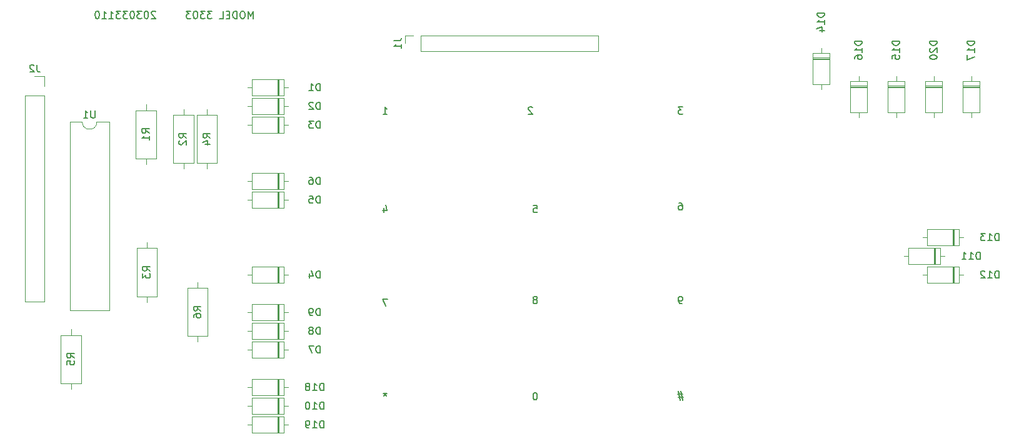
<source format=gbo>
%TF.GenerationSoftware,KiCad,Pcbnew,(6.0.0)*%
%TF.CreationDate,2022-03-13T17:54:28-04:00*%
%TF.ProjectId,jaguar controller lower pcb,6a616775-6172-4206-936f-6e74726f6c6c,rev?*%
%TF.SameCoordinates,Original*%
%TF.FileFunction,Legend,Bot*%
%TF.FilePolarity,Positive*%
%FSLAX46Y46*%
G04 Gerber Fmt 4.6, Leading zero omitted, Abs format (unit mm)*
G04 Created by KiCad (PCBNEW (6.0.0)) date 2022-03-13 17:54:28*
%MOMM*%
%LPD*%
G01*
G04 APERTURE LIST*
%ADD10C,0.150000*%
%ADD11C,0.120000*%
%ADD12C,1.600000*%
%ADD13O,1.600000X1.600000*%
%ADD14R,1.600000X1.600000*%
%ADD15R,1.700000X1.700000*%
%ADD16O,1.700000X1.700000*%
%ADD17R,1.350000X1.350000*%
%ADD18O,1.350000X1.350000*%
G04 APERTURE END LIST*
D10*
X115371000Y-70378580D02*
X115371000Y-69378580D01*
X115037666Y-70092866D01*
X114704333Y-69378580D01*
X114704333Y-70378580D01*
X114037666Y-69378580D02*
X113847190Y-69378580D01*
X113751952Y-69426200D01*
X113656714Y-69521438D01*
X113609095Y-69711914D01*
X113609095Y-70045247D01*
X113656714Y-70235723D01*
X113751952Y-70330961D01*
X113847190Y-70378580D01*
X114037666Y-70378580D01*
X114132904Y-70330961D01*
X114228142Y-70235723D01*
X114275761Y-70045247D01*
X114275761Y-69711914D01*
X114228142Y-69521438D01*
X114132904Y-69426200D01*
X114037666Y-69378580D01*
X113180523Y-70378580D02*
X113180523Y-69378580D01*
X112942428Y-69378580D01*
X112799571Y-69426200D01*
X112704333Y-69521438D01*
X112656714Y-69616676D01*
X112609095Y-69807152D01*
X112609095Y-69950009D01*
X112656714Y-70140485D01*
X112704333Y-70235723D01*
X112799571Y-70330961D01*
X112942428Y-70378580D01*
X113180523Y-70378580D01*
X112180523Y-69854771D02*
X111847190Y-69854771D01*
X111704333Y-70378580D02*
X112180523Y-70378580D01*
X112180523Y-69378580D01*
X111704333Y-69378580D01*
X110799571Y-70378580D02*
X111275761Y-70378580D01*
X111275761Y-69378580D01*
X109799571Y-69378580D02*
X109180523Y-69378580D01*
X109513857Y-69759533D01*
X109371000Y-69759533D01*
X109275761Y-69807152D01*
X109228142Y-69854771D01*
X109180523Y-69950009D01*
X109180523Y-70188104D01*
X109228142Y-70283342D01*
X109275761Y-70330961D01*
X109371000Y-70378580D01*
X109656714Y-70378580D01*
X109751952Y-70330961D01*
X109799571Y-70283342D01*
X108847190Y-69378580D02*
X108228142Y-69378580D01*
X108561476Y-69759533D01*
X108418619Y-69759533D01*
X108323380Y-69807152D01*
X108275761Y-69854771D01*
X108228142Y-69950009D01*
X108228142Y-70188104D01*
X108275761Y-70283342D01*
X108323380Y-70330961D01*
X108418619Y-70378580D01*
X108704333Y-70378580D01*
X108799571Y-70330961D01*
X108847190Y-70283342D01*
X107609095Y-69378580D02*
X107513857Y-69378580D01*
X107418619Y-69426200D01*
X107371000Y-69473819D01*
X107323380Y-69569057D01*
X107275761Y-69759533D01*
X107275761Y-69997628D01*
X107323380Y-70188104D01*
X107371000Y-70283342D01*
X107418619Y-70330961D01*
X107513857Y-70378580D01*
X107609095Y-70378580D01*
X107704333Y-70330961D01*
X107751952Y-70283342D01*
X107799571Y-70188104D01*
X107847190Y-69997628D01*
X107847190Y-69759533D01*
X107799571Y-69569057D01*
X107751952Y-69473819D01*
X107704333Y-69426200D01*
X107609095Y-69378580D01*
X106942428Y-69378580D02*
X106323380Y-69378580D01*
X106656714Y-69759533D01*
X106513857Y-69759533D01*
X106418619Y-69807152D01*
X106371000Y-69854771D01*
X106323380Y-69950009D01*
X106323380Y-70188104D01*
X106371000Y-70283342D01*
X106418619Y-70330961D01*
X106513857Y-70378580D01*
X106799571Y-70378580D01*
X106894809Y-70330961D01*
X106942428Y-70283342D01*
X102139238Y-69473819D02*
X102091619Y-69426200D01*
X101996380Y-69378580D01*
X101758285Y-69378580D01*
X101663047Y-69426200D01*
X101615428Y-69473819D01*
X101567809Y-69569057D01*
X101567809Y-69664295D01*
X101615428Y-69807152D01*
X102186857Y-70378580D01*
X101567809Y-70378580D01*
X100948761Y-69378580D02*
X100853523Y-69378580D01*
X100758285Y-69426200D01*
X100710666Y-69473819D01*
X100663047Y-69569057D01*
X100615428Y-69759533D01*
X100615428Y-69997628D01*
X100663047Y-70188104D01*
X100710666Y-70283342D01*
X100758285Y-70330961D01*
X100853523Y-70378580D01*
X100948761Y-70378580D01*
X101044000Y-70330961D01*
X101091619Y-70283342D01*
X101139238Y-70188104D01*
X101186857Y-69997628D01*
X101186857Y-69759533D01*
X101139238Y-69569057D01*
X101091619Y-69473819D01*
X101044000Y-69426200D01*
X100948761Y-69378580D01*
X100282095Y-69378580D02*
X99663047Y-69378580D01*
X99996380Y-69759533D01*
X99853523Y-69759533D01*
X99758285Y-69807152D01*
X99710666Y-69854771D01*
X99663047Y-69950009D01*
X99663047Y-70188104D01*
X99710666Y-70283342D01*
X99758285Y-70330961D01*
X99853523Y-70378580D01*
X100139238Y-70378580D01*
X100234476Y-70330961D01*
X100282095Y-70283342D01*
X99044000Y-69378580D02*
X98948761Y-69378580D01*
X98853523Y-69426200D01*
X98805904Y-69473819D01*
X98758285Y-69569057D01*
X98710666Y-69759533D01*
X98710666Y-69997628D01*
X98758285Y-70188104D01*
X98805904Y-70283342D01*
X98853523Y-70330961D01*
X98948761Y-70378580D01*
X99044000Y-70378580D01*
X99139238Y-70330961D01*
X99186857Y-70283342D01*
X99234476Y-70188104D01*
X99282095Y-69997628D01*
X99282095Y-69759533D01*
X99234476Y-69569057D01*
X99186857Y-69473819D01*
X99139238Y-69426200D01*
X99044000Y-69378580D01*
X98377333Y-69378580D02*
X97758285Y-69378580D01*
X98091619Y-69759533D01*
X97948761Y-69759533D01*
X97853523Y-69807152D01*
X97805904Y-69854771D01*
X97758285Y-69950009D01*
X97758285Y-70188104D01*
X97805904Y-70283342D01*
X97853523Y-70330961D01*
X97948761Y-70378580D01*
X98234476Y-70378580D01*
X98329714Y-70330961D01*
X98377333Y-70283342D01*
X97424952Y-69378580D02*
X96805904Y-69378580D01*
X97139238Y-69759533D01*
X96996380Y-69759533D01*
X96901142Y-69807152D01*
X96853523Y-69854771D01*
X96805904Y-69950009D01*
X96805904Y-70188104D01*
X96853523Y-70283342D01*
X96901142Y-70330961D01*
X96996380Y-70378580D01*
X97282095Y-70378580D01*
X97377333Y-70330961D01*
X97424952Y-70283342D01*
X95853523Y-70378580D02*
X96424952Y-70378580D01*
X96139238Y-70378580D02*
X96139238Y-69378580D01*
X96234476Y-69521438D01*
X96329714Y-69616676D01*
X96424952Y-69664295D01*
X94901142Y-70378580D02*
X95472571Y-70378580D01*
X95186857Y-70378580D02*
X95186857Y-69378580D01*
X95282095Y-69521438D01*
X95377333Y-69616676D01*
X95472571Y-69664295D01*
X94282095Y-69378580D02*
X94186857Y-69378580D01*
X94091619Y-69426200D01*
X94044000Y-69473819D01*
X93996380Y-69569057D01*
X93948761Y-69759533D01*
X93948761Y-69997628D01*
X93996380Y-70188104D01*
X94044000Y-70283342D01*
X94091619Y-70330961D01*
X94186857Y-70378580D01*
X94282095Y-70378580D01*
X94377333Y-70330961D01*
X94424952Y-70283342D01*
X94472571Y-70188104D01*
X94520190Y-69997628D01*
X94520190Y-69759533D01*
X94472571Y-69569057D01*
X94424952Y-69473819D01*
X94377333Y-69426200D01*
X94282095Y-69378580D01*
%TO.C,SW10*%
X173578333Y-82352380D02*
X172959285Y-82352380D01*
X173292619Y-82733333D01*
X173149761Y-82733333D01*
X173054523Y-82780952D01*
X173006904Y-82828571D01*
X172959285Y-82923809D01*
X172959285Y-83161904D01*
X173006904Y-83257142D01*
X173054523Y-83304761D01*
X173149761Y-83352380D01*
X173435476Y-83352380D01*
X173530714Y-83304761D01*
X173578333Y-83257142D01*
%TO.C,SW12*%
X173554523Y-121290714D02*
X172840238Y-121290714D01*
X173268809Y-120862142D02*
X173554523Y-122147857D01*
X172935476Y-121719285D02*
X173649761Y-121719285D01*
X173221190Y-122147857D02*
X172935476Y-120862142D01*
%TO.C,SW5*%
X153321904Y-95687380D02*
X153798095Y-95687380D01*
X153845714Y-96163571D01*
X153798095Y-96115952D01*
X153702857Y-96068333D01*
X153464761Y-96068333D01*
X153369523Y-96115952D01*
X153321904Y-96163571D01*
X153274285Y-96258809D01*
X153274285Y-96496904D01*
X153321904Y-96592142D01*
X153369523Y-96639761D01*
X153464761Y-96687380D01*
X153702857Y-96687380D01*
X153798095Y-96639761D01*
X153845714Y-96592142D01*
%TO.C,SW2*%
X133049523Y-96020714D02*
X133049523Y-96687380D01*
X133287619Y-95639761D02*
X133525714Y-96354047D01*
X132906666Y-96354047D01*
%TO.C,SW1*%
X132954285Y-83352380D02*
X133525714Y-83352380D01*
X133240000Y-83352380D02*
X133240000Y-82352380D01*
X133335238Y-82495238D01*
X133430476Y-82590476D01*
X133525714Y-82638095D01*
%TO.C,SW9*%
X173054523Y-95337380D02*
X173245000Y-95337380D01*
X173340238Y-95385000D01*
X173387857Y-95432619D01*
X173483095Y-95575476D01*
X173530714Y-95765952D01*
X173530714Y-96146904D01*
X173483095Y-96242142D01*
X173435476Y-96289761D01*
X173340238Y-96337380D01*
X173149761Y-96337380D01*
X173054523Y-96289761D01*
X173006904Y-96242142D01*
X172959285Y-96146904D01*
X172959285Y-95908809D01*
X173006904Y-95813571D01*
X173054523Y-95765952D01*
X173149761Y-95718333D01*
X173340238Y-95718333D01*
X173435476Y-95765952D01*
X173483095Y-95813571D01*
X173530714Y-95908809D01*
%TO.C,SW6*%
X153210714Y-82447619D02*
X153163095Y-82400000D01*
X153067857Y-82352380D01*
X152829761Y-82352380D01*
X152734523Y-82400000D01*
X152686904Y-82447619D01*
X152639285Y-82542857D01*
X152639285Y-82638095D01*
X152686904Y-82780952D01*
X153258333Y-83352380D01*
X152639285Y-83352380D01*
%TO.C,SW3*%
X133573333Y-108387380D02*
X132906666Y-108387380D01*
X133335238Y-109387380D01*
%TO.C,SW8*%
X153607619Y-121087380D02*
X153512380Y-121087380D01*
X153417142Y-121135000D01*
X153369523Y-121182619D01*
X153321904Y-121277857D01*
X153274285Y-121468333D01*
X153274285Y-121706428D01*
X153321904Y-121896904D01*
X153369523Y-121992142D01*
X153417142Y-122039761D01*
X153512380Y-122087380D01*
X153607619Y-122087380D01*
X153702857Y-122039761D01*
X153750476Y-121992142D01*
X153798095Y-121896904D01*
X153845714Y-121706428D01*
X153845714Y-121468333D01*
X153798095Y-121277857D01*
X153750476Y-121182619D01*
X153702857Y-121135000D01*
X153607619Y-121087380D01*
%TO.C,SW4*%
X133240000Y-121087380D02*
X133240000Y-121325476D01*
X133478095Y-121230238D02*
X133240000Y-121325476D01*
X133001904Y-121230238D01*
X133382857Y-121515952D02*
X133240000Y-121325476D01*
X133097142Y-121515952D01*
%TO.C,SW7*%
X153655238Y-108465952D02*
X153750476Y-108418333D01*
X153798095Y-108370714D01*
X153845714Y-108275476D01*
X153845714Y-108227857D01*
X153798095Y-108132619D01*
X153750476Y-108085000D01*
X153655238Y-108037380D01*
X153464761Y-108037380D01*
X153369523Y-108085000D01*
X153321904Y-108132619D01*
X153274285Y-108227857D01*
X153274285Y-108275476D01*
X153321904Y-108370714D01*
X153369523Y-108418333D01*
X153464761Y-108465952D01*
X153655238Y-108465952D01*
X153750476Y-108513571D01*
X153798095Y-108561190D01*
X153845714Y-108656428D01*
X153845714Y-108846904D01*
X153798095Y-108942142D01*
X153750476Y-108989761D01*
X153655238Y-109037380D01*
X153464761Y-109037380D01*
X153369523Y-108989761D01*
X153321904Y-108942142D01*
X153274285Y-108846904D01*
X153274285Y-108656428D01*
X153321904Y-108561190D01*
X153369523Y-108513571D01*
X153464761Y-108465952D01*
%TO.C,SW11*%
X173435476Y-109037380D02*
X173245000Y-109037380D01*
X173149761Y-108989761D01*
X173102142Y-108942142D01*
X173006904Y-108799285D01*
X172959285Y-108608809D01*
X172959285Y-108227857D01*
X173006904Y-108132619D01*
X173054523Y-108085000D01*
X173149761Y-108037380D01*
X173340238Y-108037380D01*
X173435476Y-108085000D01*
X173483095Y-108132619D01*
X173530714Y-108227857D01*
X173530714Y-108465952D01*
X173483095Y-108561190D01*
X173435476Y-108608809D01*
X173340238Y-108656428D01*
X173149761Y-108656428D01*
X173054523Y-108608809D01*
X173006904Y-108561190D01*
X172959285Y-108465952D01*
%TO.C,R5*%
X91147380Y-116388333D02*
X90671190Y-116055000D01*
X91147380Y-115816904D02*
X90147380Y-115816904D01*
X90147380Y-116197857D01*
X90195000Y-116293095D01*
X90242619Y-116340714D01*
X90337857Y-116388333D01*
X90480714Y-116388333D01*
X90575952Y-116340714D01*
X90623571Y-116293095D01*
X90671190Y-116197857D01*
X90671190Y-115816904D01*
X90147380Y-117293095D02*
X90147380Y-116816904D01*
X90623571Y-116769285D01*
X90575952Y-116816904D01*
X90528333Y-116912142D01*
X90528333Y-117150238D01*
X90575952Y-117245476D01*
X90623571Y-117293095D01*
X90718809Y-117340714D01*
X90956904Y-117340714D01*
X91052142Y-117293095D01*
X91099761Y-117245476D01*
X91147380Y-117150238D01*
X91147380Y-116912142D01*
X91099761Y-116816904D01*
X91052142Y-116769285D01*
%TO.C,D11*%
X213829285Y-103037380D02*
X213829285Y-102037380D01*
X213591190Y-102037380D01*
X213448333Y-102085000D01*
X213353095Y-102180238D01*
X213305476Y-102275476D01*
X213257857Y-102465952D01*
X213257857Y-102608809D01*
X213305476Y-102799285D01*
X213353095Y-102894523D01*
X213448333Y-102989761D01*
X213591190Y-103037380D01*
X213829285Y-103037380D01*
X212305476Y-103037380D02*
X212876904Y-103037380D01*
X212591190Y-103037380D02*
X212591190Y-102037380D01*
X212686428Y-102180238D01*
X212781666Y-102275476D01*
X212876904Y-102323095D01*
X211353095Y-103037380D02*
X211924523Y-103037380D01*
X211638809Y-103037380D02*
X211638809Y-102037380D01*
X211734047Y-102180238D01*
X211829285Y-102275476D01*
X211924523Y-102323095D01*
%TO.C,R3*%
X101417380Y-104608333D02*
X100941190Y-104275000D01*
X101417380Y-104036904D02*
X100417380Y-104036904D01*
X100417380Y-104417857D01*
X100465000Y-104513095D01*
X100512619Y-104560714D01*
X100607857Y-104608333D01*
X100750714Y-104608333D01*
X100845952Y-104560714D01*
X100893571Y-104513095D01*
X100941190Y-104417857D01*
X100941190Y-104036904D01*
X100417380Y-104941666D02*
X100417380Y-105560714D01*
X100798333Y-105227380D01*
X100798333Y-105370238D01*
X100845952Y-105465476D01*
X100893571Y-105513095D01*
X100988809Y-105560714D01*
X101226904Y-105560714D01*
X101322142Y-105513095D01*
X101369761Y-105465476D01*
X101417380Y-105370238D01*
X101417380Y-105084523D01*
X101369761Y-104989285D01*
X101322142Y-104941666D01*
%TO.C,D15*%
X202907380Y-73430714D02*
X201907380Y-73430714D01*
X201907380Y-73668809D01*
X201955000Y-73811666D01*
X202050238Y-73906904D01*
X202145476Y-73954523D01*
X202335952Y-74002142D01*
X202478809Y-74002142D01*
X202669285Y-73954523D01*
X202764523Y-73906904D01*
X202859761Y-73811666D01*
X202907380Y-73668809D01*
X202907380Y-73430714D01*
X202907380Y-74954523D02*
X202907380Y-74383095D01*
X202907380Y-74668809D02*
X201907380Y-74668809D01*
X202050238Y-74573571D01*
X202145476Y-74478333D01*
X202193095Y-74383095D01*
X201907380Y-75859285D02*
X201907380Y-75383095D01*
X202383571Y-75335476D01*
X202335952Y-75383095D01*
X202288333Y-75478333D01*
X202288333Y-75716428D01*
X202335952Y-75811666D01*
X202383571Y-75859285D01*
X202478809Y-75906904D01*
X202716904Y-75906904D01*
X202812142Y-75859285D01*
X202859761Y-75811666D01*
X202907380Y-75716428D01*
X202907380Y-75478333D01*
X202859761Y-75383095D01*
X202812142Y-75335476D01*
%TO.C,D2*%
X124453095Y-82717380D02*
X124453095Y-81717380D01*
X124215000Y-81717380D01*
X124072142Y-81765000D01*
X123976904Y-81860238D01*
X123929285Y-81955476D01*
X123881666Y-82145952D01*
X123881666Y-82288809D01*
X123929285Y-82479285D01*
X123976904Y-82574523D01*
X124072142Y-82669761D01*
X124215000Y-82717380D01*
X124453095Y-82717380D01*
X123500714Y-81812619D02*
X123453095Y-81765000D01*
X123357857Y-81717380D01*
X123119761Y-81717380D01*
X123024523Y-81765000D01*
X122976904Y-81812619D01*
X122929285Y-81907857D01*
X122929285Y-82003095D01*
X122976904Y-82145952D01*
X123548333Y-82717380D01*
X122929285Y-82717380D01*
%TO.C,R4*%
X109562380Y-86543333D02*
X109086190Y-86210000D01*
X109562380Y-85971904D02*
X108562380Y-85971904D01*
X108562380Y-86352857D01*
X108610000Y-86448095D01*
X108657619Y-86495714D01*
X108752857Y-86543333D01*
X108895714Y-86543333D01*
X108990952Y-86495714D01*
X109038571Y-86448095D01*
X109086190Y-86352857D01*
X109086190Y-85971904D01*
X108895714Y-87400476D02*
X109562380Y-87400476D01*
X108514761Y-87162380D02*
X109229047Y-86924285D01*
X109229047Y-87543333D01*
%TO.C,J2*%
X86108333Y-76637380D02*
X86108333Y-77351666D01*
X86155952Y-77494523D01*
X86251190Y-77589761D01*
X86394047Y-77637380D01*
X86489285Y-77637380D01*
X85679761Y-76732619D02*
X85632142Y-76685000D01*
X85536904Y-76637380D01*
X85298809Y-76637380D01*
X85203571Y-76685000D01*
X85155952Y-76732619D01*
X85108333Y-76827857D01*
X85108333Y-76923095D01*
X85155952Y-77065952D01*
X85727380Y-77637380D01*
X85108333Y-77637380D01*
%TO.C,D9*%
X124453095Y-110657380D02*
X124453095Y-109657380D01*
X124215000Y-109657380D01*
X124072142Y-109705000D01*
X123976904Y-109800238D01*
X123929285Y-109895476D01*
X123881666Y-110085952D01*
X123881666Y-110228809D01*
X123929285Y-110419285D01*
X123976904Y-110514523D01*
X124072142Y-110609761D01*
X124215000Y-110657380D01*
X124453095Y-110657380D01*
X123405476Y-110657380D02*
X123215000Y-110657380D01*
X123119761Y-110609761D01*
X123072142Y-110562142D01*
X122976904Y-110419285D01*
X122929285Y-110228809D01*
X122929285Y-109847857D01*
X122976904Y-109752619D01*
X123024523Y-109705000D01*
X123119761Y-109657380D01*
X123310238Y-109657380D01*
X123405476Y-109705000D01*
X123453095Y-109752619D01*
X123500714Y-109847857D01*
X123500714Y-110085952D01*
X123453095Y-110181190D01*
X123405476Y-110228809D01*
X123310238Y-110276428D01*
X123119761Y-110276428D01*
X123024523Y-110228809D01*
X122976904Y-110181190D01*
X122929285Y-110085952D01*
%TO.C,R1*%
X101307380Y-85908333D02*
X100831190Y-85575000D01*
X101307380Y-85336904D02*
X100307380Y-85336904D01*
X100307380Y-85717857D01*
X100355000Y-85813095D01*
X100402619Y-85860714D01*
X100497857Y-85908333D01*
X100640714Y-85908333D01*
X100735952Y-85860714D01*
X100783571Y-85813095D01*
X100831190Y-85717857D01*
X100831190Y-85336904D01*
X101307380Y-86860714D02*
X101307380Y-86289285D01*
X101307380Y-86575000D02*
X100307380Y-86575000D01*
X100450238Y-86479761D01*
X100545476Y-86384523D01*
X100593095Y-86289285D01*
%TO.C,D1*%
X124453095Y-80177380D02*
X124453095Y-79177380D01*
X124215000Y-79177380D01*
X124072142Y-79225000D01*
X123976904Y-79320238D01*
X123929285Y-79415476D01*
X123881666Y-79605952D01*
X123881666Y-79748809D01*
X123929285Y-79939285D01*
X123976904Y-80034523D01*
X124072142Y-80129761D01*
X124215000Y-80177380D01*
X124453095Y-80177380D01*
X122929285Y-80177380D02*
X123500714Y-80177380D01*
X123215000Y-80177380D02*
X123215000Y-79177380D01*
X123310238Y-79320238D01*
X123405476Y-79415476D01*
X123500714Y-79463095D01*
%TO.C,D14*%
X192747380Y-69620714D02*
X191747380Y-69620714D01*
X191747380Y-69858809D01*
X191795000Y-70001666D01*
X191890238Y-70096904D01*
X191985476Y-70144523D01*
X192175952Y-70192142D01*
X192318809Y-70192142D01*
X192509285Y-70144523D01*
X192604523Y-70096904D01*
X192699761Y-70001666D01*
X192747380Y-69858809D01*
X192747380Y-69620714D01*
X192747380Y-71144523D02*
X192747380Y-70573095D01*
X192747380Y-70858809D02*
X191747380Y-70858809D01*
X191890238Y-70763571D01*
X191985476Y-70668333D01*
X192033095Y-70573095D01*
X192080714Y-72001666D02*
X192747380Y-72001666D01*
X191699761Y-71763571D02*
X192414047Y-71525476D01*
X192414047Y-72144523D01*
%TO.C,D12*%
X216369285Y-105577380D02*
X216369285Y-104577380D01*
X216131190Y-104577380D01*
X215988333Y-104625000D01*
X215893095Y-104720238D01*
X215845476Y-104815476D01*
X215797857Y-105005952D01*
X215797857Y-105148809D01*
X215845476Y-105339285D01*
X215893095Y-105434523D01*
X215988333Y-105529761D01*
X216131190Y-105577380D01*
X216369285Y-105577380D01*
X214845476Y-105577380D02*
X215416904Y-105577380D01*
X215131190Y-105577380D02*
X215131190Y-104577380D01*
X215226428Y-104720238D01*
X215321666Y-104815476D01*
X215416904Y-104863095D01*
X214464523Y-104672619D02*
X214416904Y-104625000D01*
X214321666Y-104577380D01*
X214083571Y-104577380D01*
X213988333Y-104625000D01*
X213940714Y-104672619D01*
X213893095Y-104767857D01*
X213893095Y-104863095D01*
X213940714Y-105005952D01*
X214512142Y-105577380D01*
X213893095Y-105577380D01*
%TO.C,D10*%
X124929285Y-123357380D02*
X124929285Y-122357380D01*
X124691190Y-122357380D01*
X124548333Y-122405000D01*
X124453095Y-122500238D01*
X124405476Y-122595476D01*
X124357857Y-122785952D01*
X124357857Y-122928809D01*
X124405476Y-123119285D01*
X124453095Y-123214523D01*
X124548333Y-123309761D01*
X124691190Y-123357380D01*
X124929285Y-123357380D01*
X123405476Y-123357380D02*
X123976904Y-123357380D01*
X123691190Y-123357380D02*
X123691190Y-122357380D01*
X123786428Y-122500238D01*
X123881666Y-122595476D01*
X123976904Y-122643095D01*
X122786428Y-122357380D02*
X122691190Y-122357380D01*
X122595952Y-122405000D01*
X122548333Y-122452619D01*
X122500714Y-122547857D01*
X122453095Y-122738333D01*
X122453095Y-122976428D01*
X122500714Y-123166904D01*
X122548333Y-123262142D01*
X122595952Y-123309761D01*
X122691190Y-123357380D01*
X122786428Y-123357380D01*
X122881666Y-123309761D01*
X122929285Y-123262142D01*
X122976904Y-123166904D01*
X123024523Y-122976428D01*
X123024523Y-122738333D01*
X122976904Y-122547857D01*
X122929285Y-122452619D01*
X122881666Y-122405000D01*
X122786428Y-122357380D01*
%TO.C,D17*%
X213067380Y-73430714D02*
X212067380Y-73430714D01*
X212067380Y-73668809D01*
X212115000Y-73811666D01*
X212210238Y-73906904D01*
X212305476Y-73954523D01*
X212495952Y-74002142D01*
X212638809Y-74002142D01*
X212829285Y-73954523D01*
X212924523Y-73906904D01*
X213019761Y-73811666D01*
X213067380Y-73668809D01*
X213067380Y-73430714D01*
X213067380Y-74954523D02*
X213067380Y-74383095D01*
X213067380Y-74668809D02*
X212067380Y-74668809D01*
X212210238Y-74573571D01*
X212305476Y-74478333D01*
X212353095Y-74383095D01*
X212067380Y-75287857D02*
X212067380Y-75954523D01*
X213067380Y-75525952D01*
%TO.C,D13*%
X216369285Y-100497380D02*
X216369285Y-99497380D01*
X216131190Y-99497380D01*
X215988333Y-99545000D01*
X215893095Y-99640238D01*
X215845476Y-99735476D01*
X215797857Y-99925952D01*
X215797857Y-100068809D01*
X215845476Y-100259285D01*
X215893095Y-100354523D01*
X215988333Y-100449761D01*
X216131190Y-100497380D01*
X216369285Y-100497380D01*
X214845476Y-100497380D02*
X215416904Y-100497380D01*
X215131190Y-100497380D02*
X215131190Y-99497380D01*
X215226428Y-99640238D01*
X215321666Y-99735476D01*
X215416904Y-99783095D01*
X214512142Y-99497380D02*
X213893095Y-99497380D01*
X214226428Y-99878333D01*
X214083571Y-99878333D01*
X213988333Y-99925952D01*
X213940714Y-99973571D01*
X213893095Y-100068809D01*
X213893095Y-100306904D01*
X213940714Y-100402142D01*
X213988333Y-100449761D01*
X214083571Y-100497380D01*
X214369285Y-100497380D01*
X214464523Y-100449761D01*
X214512142Y-100402142D01*
%TO.C,D5*%
X124453095Y-95417380D02*
X124453095Y-94417380D01*
X124215000Y-94417380D01*
X124072142Y-94465000D01*
X123976904Y-94560238D01*
X123929285Y-94655476D01*
X123881666Y-94845952D01*
X123881666Y-94988809D01*
X123929285Y-95179285D01*
X123976904Y-95274523D01*
X124072142Y-95369761D01*
X124215000Y-95417380D01*
X124453095Y-95417380D01*
X122976904Y-94417380D02*
X123453095Y-94417380D01*
X123500714Y-94893571D01*
X123453095Y-94845952D01*
X123357857Y-94798333D01*
X123119761Y-94798333D01*
X123024523Y-94845952D01*
X122976904Y-94893571D01*
X122929285Y-94988809D01*
X122929285Y-95226904D01*
X122976904Y-95322142D01*
X123024523Y-95369761D01*
X123119761Y-95417380D01*
X123357857Y-95417380D01*
X123453095Y-95369761D01*
X123500714Y-95322142D01*
%TO.C,D6*%
X124453095Y-92877380D02*
X124453095Y-91877380D01*
X124215000Y-91877380D01*
X124072142Y-91925000D01*
X123976904Y-92020238D01*
X123929285Y-92115476D01*
X123881666Y-92305952D01*
X123881666Y-92448809D01*
X123929285Y-92639285D01*
X123976904Y-92734523D01*
X124072142Y-92829761D01*
X124215000Y-92877380D01*
X124453095Y-92877380D01*
X123024523Y-91877380D02*
X123215000Y-91877380D01*
X123310238Y-91925000D01*
X123357857Y-91972619D01*
X123453095Y-92115476D01*
X123500714Y-92305952D01*
X123500714Y-92686904D01*
X123453095Y-92782142D01*
X123405476Y-92829761D01*
X123310238Y-92877380D01*
X123119761Y-92877380D01*
X123024523Y-92829761D01*
X122976904Y-92782142D01*
X122929285Y-92686904D01*
X122929285Y-92448809D01*
X122976904Y-92353571D01*
X123024523Y-92305952D01*
X123119761Y-92258333D01*
X123310238Y-92258333D01*
X123405476Y-92305952D01*
X123453095Y-92353571D01*
X123500714Y-92448809D01*
%TO.C,D4*%
X124453095Y-105577380D02*
X124453095Y-104577380D01*
X124215000Y-104577380D01*
X124072142Y-104625000D01*
X123976904Y-104720238D01*
X123929285Y-104815476D01*
X123881666Y-105005952D01*
X123881666Y-105148809D01*
X123929285Y-105339285D01*
X123976904Y-105434523D01*
X124072142Y-105529761D01*
X124215000Y-105577380D01*
X124453095Y-105577380D01*
X123024523Y-104910714D02*
X123024523Y-105577380D01*
X123262619Y-104529761D02*
X123500714Y-105244047D01*
X122881666Y-105244047D01*
%TO.C,D3*%
X124453095Y-85257380D02*
X124453095Y-84257380D01*
X124215000Y-84257380D01*
X124072142Y-84305000D01*
X123976904Y-84400238D01*
X123929285Y-84495476D01*
X123881666Y-84685952D01*
X123881666Y-84828809D01*
X123929285Y-85019285D01*
X123976904Y-85114523D01*
X124072142Y-85209761D01*
X124215000Y-85257380D01*
X124453095Y-85257380D01*
X123548333Y-84257380D02*
X122929285Y-84257380D01*
X123262619Y-84638333D01*
X123119761Y-84638333D01*
X123024523Y-84685952D01*
X122976904Y-84733571D01*
X122929285Y-84828809D01*
X122929285Y-85066904D01*
X122976904Y-85162142D01*
X123024523Y-85209761D01*
X123119761Y-85257380D01*
X123405476Y-85257380D01*
X123500714Y-85209761D01*
X123548333Y-85162142D01*
%TO.C,R2*%
X106333580Y-86543333D02*
X105857390Y-86210000D01*
X106333580Y-85971904D02*
X105333580Y-85971904D01*
X105333580Y-86352857D01*
X105381200Y-86448095D01*
X105428819Y-86495714D01*
X105524057Y-86543333D01*
X105666914Y-86543333D01*
X105762152Y-86495714D01*
X105809771Y-86448095D01*
X105857390Y-86352857D01*
X105857390Y-85971904D01*
X105428819Y-86924285D02*
X105381200Y-86971904D01*
X105333580Y-87067142D01*
X105333580Y-87305238D01*
X105381200Y-87400476D01*
X105428819Y-87448095D01*
X105524057Y-87495714D01*
X105619295Y-87495714D01*
X105762152Y-87448095D01*
X106333580Y-86876666D01*
X106333580Y-87495714D01*
%TO.C,D18*%
X124929285Y-120817380D02*
X124929285Y-119817380D01*
X124691190Y-119817380D01*
X124548333Y-119865000D01*
X124453095Y-119960238D01*
X124405476Y-120055476D01*
X124357857Y-120245952D01*
X124357857Y-120388809D01*
X124405476Y-120579285D01*
X124453095Y-120674523D01*
X124548333Y-120769761D01*
X124691190Y-120817380D01*
X124929285Y-120817380D01*
X123405476Y-120817380D02*
X123976904Y-120817380D01*
X123691190Y-120817380D02*
X123691190Y-119817380D01*
X123786428Y-119960238D01*
X123881666Y-120055476D01*
X123976904Y-120103095D01*
X122834047Y-120245952D02*
X122929285Y-120198333D01*
X122976904Y-120150714D01*
X123024523Y-120055476D01*
X123024523Y-120007857D01*
X122976904Y-119912619D01*
X122929285Y-119865000D01*
X122834047Y-119817380D01*
X122643571Y-119817380D01*
X122548333Y-119865000D01*
X122500714Y-119912619D01*
X122453095Y-120007857D01*
X122453095Y-120055476D01*
X122500714Y-120150714D01*
X122548333Y-120198333D01*
X122643571Y-120245952D01*
X122834047Y-120245952D01*
X122929285Y-120293571D01*
X122976904Y-120341190D01*
X123024523Y-120436428D01*
X123024523Y-120626904D01*
X122976904Y-120722142D01*
X122929285Y-120769761D01*
X122834047Y-120817380D01*
X122643571Y-120817380D01*
X122548333Y-120769761D01*
X122500714Y-120722142D01*
X122453095Y-120626904D01*
X122453095Y-120436428D01*
X122500714Y-120341190D01*
X122548333Y-120293571D01*
X122643571Y-120245952D01*
%TO.C,U1*%
X93971504Y-82841780D02*
X93971504Y-83651304D01*
X93923885Y-83746542D01*
X93876266Y-83794161D01*
X93781028Y-83841780D01*
X93590552Y-83841780D01*
X93495314Y-83794161D01*
X93447695Y-83746542D01*
X93400076Y-83651304D01*
X93400076Y-82841780D01*
X92400076Y-83841780D02*
X92971504Y-83841780D01*
X92685790Y-83841780D02*
X92685790Y-82841780D01*
X92781028Y-82984638D01*
X92876266Y-83079876D01*
X92971504Y-83127495D01*
%TO.C,D19*%
X124929285Y-125897380D02*
X124929285Y-124897380D01*
X124691190Y-124897380D01*
X124548333Y-124945000D01*
X124453095Y-125040238D01*
X124405476Y-125135476D01*
X124357857Y-125325952D01*
X124357857Y-125468809D01*
X124405476Y-125659285D01*
X124453095Y-125754523D01*
X124548333Y-125849761D01*
X124691190Y-125897380D01*
X124929285Y-125897380D01*
X123405476Y-125897380D02*
X123976904Y-125897380D01*
X123691190Y-125897380D02*
X123691190Y-124897380D01*
X123786428Y-125040238D01*
X123881666Y-125135476D01*
X123976904Y-125183095D01*
X122929285Y-125897380D02*
X122738809Y-125897380D01*
X122643571Y-125849761D01*
X122595952Y-125802142D01*
X122500714Y-125659285D01*
X122453095Y-125468809D01*
X122453095Y-125087857D01*
X122500714Y-124992619D01*
X122548333Y-124945000D01*
X122643571Y-124897380D01*
X122834047Y-124897380D01*
X122929285Y-124945000D01*
X122976904Y-124992619D01*
X123024523Y-125087857D01*
X123024523Y-125325952D01*
X122976904Y-125421190D01*
X122929285Y-125468809D01*
X122834047Y-125516428D01*
X122643571Y-125516428D01*
X122548333Y-125468809D01*
X122500714Y-125421190D01*
X122453095Y-125325952D01*
%TO.C,D8*%
X124453095Y-113197380D02*
X124453095Y-112197380D01*
X124215000Y-112197380D01*
X124072142Y-112245000D01*
X123976904Y-112340238D01*
X123929285Y-112435476D01*
X123881666Y-112625952D01*
X123881666Y-112768809D01*
X123929285Y-112959285D01*
X123976904Y-113054523D01*
X124072142Y-113149761D01*
X124215000Y-113197380D01*
X124453095Y-113197380D01*
X123310238Y-112625952D02*
X123405476Y-112578333D01*
X123453095Y-112530714D01*
X123500714Y-112435476D01*
X123500714Y-112387857D01*
X123453095Y-112292619D01*
X123405476Y-112245000D01*
X123310238Y-112197380D01*
X123119761Y-112197380D01*
X123024523Y-112245000D01*
X122976904Y-112292619D01*
X122929285Y-112387857D01*
X122929285Y-112435476D01*
X122976904Y-112530714D01*
X123024523Y-112578333D01*
X123119761Y-112625952D01*
X123310238Y-112625952D01*
X123405476Y-112673571D01*
X123453095Y-112721190D01*
X123500714Y-112816428D01*
X123500714Y-113006904D01*
X123453095Y-113102142D01*
X123405476Y-113149761D01*
X123310238Y-113197380D01*
X123119761Y-113197380D01*
X123024523Y-113149761D01*
X122976904Y-113102142D01*
X122929285Y-113006904D01*
X122929285Y-112816428D01*
X122976904Y-112721190D01*
X123024523Y-112673571D01*
X123119761Y-112625952D01*
%TO.C,D7*%
X124453095Y-115737380D02*
X124453095Y-114737380D01*
X124215000Y-114737380D01*
X124072142Y-114785000D01*
X123976904Y-114880238D01*
X123929285Y-114975476D01*
X123881666Y-115165952D01*
X123881666Y-115308809D01*
X123929285Y-115499285D01*
X123976904Y-115594523D01*
X124072142Y-115689761D01*
X124215000Y-115737380D01*
X124453095Y-115737380D01*
X123548333Y-114737380D02*
X122881666Y-114737380D01*
X123310238Y-115737380D01*
%TO.C,R6*%
X108292380Y-109984533D02*
X107816190Y-109651200D01*
X108292380Y-109413104D02*
X107292380Y-109413104D01*
X107292380Y-109794057D01*
X107340000Y-109889295D01*
X107387619Y-109936914D01*
X107482857Y-109984533D01*
X107625714Y-109984533D01*
X107720952Y-109936914D01*
X107768571Y-109889295D01*
X107816190Y-109794057D01*
X107816190Y-109413104D01*
X107292380Y-110841676D02*
X107292380Y-110651200D01*
X107340000Y-110555961D01*
X107387619Y-110508342D01*
X107530476Y-110413104D01*
X107720952Y-110365485D01*
X108101904Y-110365485D01*
X108197142Y-110413104D01*
X108244761Y-110460723D01*
X108292380Y-110555961D01*
X108292380Y-110746438D01*
X108244761Y-110841676D01*
X108197142Y-110889295D01*
X108101904Y-110936914D01*
X107863809Y-110936914D01*
X107768571Y-110889295D01*
X107720952Y-110841676D01*
X107673333Y-110746438D01*
X107673333Y-110555961D01*
X107720952Y-110460723D01*
X107768571Y-110413104D01*
X107863809Y-110365485D01*
%TO.C,J1*%
X134417380Y-73401666D02*
X135131666Y-73401666D01*
X135274523Y-73354047D01*
X135369761Y-73258809D01*
X135417380Y-73115952D01*
X135417380Y-73020714D01*
X135417380Y-74401666D02*
X135417380Y-73830238D01*
X135417380Y-74115952D02*
X134417380Y-74115952D01*
X134560238Y-74020714D01*
X134655476Y-73925476D01*
X134703095Y-73830238D01*
%TO.C,D16*%
X197827380Y-73430714D02*
X196827380Y-73430714D01*
X196827380Y-73668809D01*
X196875000Y-73811666D01*
X196970238Y-73906904D01*
X197065476Y-73954523D01*
X197255952Y-74002142D01*
X197398809Y-74002142D01*
X197589285Y-73954523D01*
X197684523Y-73906904D01*
X197779761Y-73811666D01*
X197827380Y-73668809D01*
X197827380Y-73430714D01*
X197827380Y-74954523D02*
X197827380Y-74383095D01*
X197827380Y-74668809D02*
X196827380Y-74668809D01*
X196970238Y-74573571D01*
X197065476Y-74478333D01*
X197113095Y-74383095D01*
X196827380Y-75811666D02*
X196827380Y-75621190D01*
X196875000Y-75525952D01*
X196922619Y-75478333D01*
X197065476Y-75383095D01*
X197255952Y-75335476D01*
X197636904Y-75335476D01*
X197732142Y-75383095D01*
X197779761Y-75430714D01*
X197827380Y-75525952D01*
X197827380Y-75716428D01*
X197779761Y-75811666D01*
X197732142Y-75859285D01*
X197636904Y-75906904D01*
X197398809Y-75906904D01*
X197303571Y-75859285D01*
X197255952Y-75811666D01*
X197208333Y-75716428D01*
X197208333Y-75525952D01*
X197255952Y-75430714D01*
X197303571Y-75383095D01*
X197398809Y-75335476D01*
%TO.C,D20*%
X207987380Y-73430714D02*
X206987380Y-73430714D01*
X206987380Y-73668809D01*
X207035000Y-73811666D01*
X207130238Y-73906904D01*
X207225476Y-73954523D01*
X207415952Y-74002142D01*
X207558809Y-74002142D01*
X207749285Y-73954523D01*
X207844523Y-73906904D01*
X207939761Y-73811666D01*
X207987380Y-73668809D01*
X207987380Y-73430714D01*
X207082619Y-74383095D02*
X207035000Y-74430714D01*
X206987380Y-74525952D01*
X206987380Y-74764047D01*
X207035000Y-74859285D01*
X207082619Y-74906904D01*
X207177857Y-74954523D01*
X207273095Y-74954523D01*
X207415952Y-74906904D01*
X207987380Y-74335476D01*
X207987380Y-74954523D01*
X206987380Y-75573571D02*
X206987380Y-75668809D01*
X207035000Y-75764047D01*
X207082619Y-75811666D01*
X207177857Y-75859285D01*
X207368333Y-75906904D01*
X207606428Y-75906904D01*
X207796904Y-75859285D01*
X207892142Y-75811666D01*
X207939761Y-75764047D01*
X207987380Y-75668809D01*
X207987380Y-75573571D01*
X207939761Y-75478333D01*
X207892142Y-75430714D01*
X207796904Y-75383095D01*
X207606428Y-75335476D01*
X207368333Y-75335476D01*
X207177857Y-75383095D01*
X207082619Y-75430714D01*
X207035000Y-75478333D01*
X206987380Y-75573571D01*
D11*
%TO.C,R5*%
X90695000Y-112515000D02*
X90695000Y-113285000D01*
X90695000Y-120595000D02*
X90695000Y-119825000D01*
X89325000Y-119825000D02*
X89325000Y-113285000D01*
X92065000Y-119825000D02*
X89325000Y-119825000D01*
X92065000Y-113285000D02*
X92065000Y-119825000D01*
X89325000Y-113285000D02*
X92065000Y-113285000D01*
%TO.C,D11*%
X208385000Y-103705000D02*
X204145000Y-103705000D01*
X207545000Y-101465000D02*
X207545000Y-103705000D01*
X208385000Y-101465000D02*
X208385000Y-103705000D01*
X207785000Y-101465000D02*
X207785000Y-103705000D01*
X209035000Y-102585000D02*
X208385000Y-102585000D01*
X203495000Y-102585000D02*
X204145000Y-102585000D01*
X204145000Y-101465000D02*
X208385000Y-101465000D01*
X204145000Y-103705000D02*
X204145000Y-101465000D01*
X207665000Y-101465000D02*
X207665000Y-103705000D01*
%TO.C,R3*%
X99595000Y-101505000D02*
X102335000Y-101505000D01*
X100965000Y-108815000D02*
X100965000Y-108045000D01*
X99595000Y-108045000D02*
X99595000Y-101505000D01*
X100965000Y-100735000D02*
X100965000Y-101505000D01*
X102335000Y-108045000D02*
X99595000Y-108045000D01*
X102335000Y-101505000D02*
X102335000Y-108045000D01*
%TO.C,D15*%
X202455000Y-83765000D02*
X202455000Y-83115000D01*
X203575000Y-83115000D02*
X201335000Y-83115000D01*
X203575000Y-78875000D02*
X203575000Y-83115000D01*
X201335000Y-79715000D02*
X203575000Y-79715000D01*
X201335000Y-79595000D02*
X203575000Y-79595000D01*
X201335000Y-78875000D02*
X203575000Y-78875000D01*
X202455000Y-78225000D02*
X202455000Y-78875000D01*
X201335000Y-79475000D02*
X203575000Y-79475000D01*
X201335000Y-83115000D02*
X201335000Y-78875000D01*
%TO.C,D2*%
X119485000Y-83385000D02*
X115245000Y-83385000D01*
X118885000Y-81145000D02*
X118885000Y-83385000D01*
X114595000Y-82265000D02*
X115245000Y-82265000D01*
X119485000Y-81145000D02*
X119485000Y-83385000D01*
X120135000Y-82265000D02*
X119485000Y-82265000D01*
X118645000Y-81145000D02*
X118645000Y-83385000D01*
X115245000Y-83385000D02*
X115245000Y-81145000D01*
X118765000Y-81145000D02*
X118765000Y-83385000D01*
X115245000Y-81145000D02*
X119485000Y-81145000D01*
%TO.C,R4*%
X109110000Y-90750000D02*
X109110000Y-89980000D01*
X107740000Y-83440000D02*
X110480000Y-83440000D01*
X110480000Y-83440000D02*
X110480000Y-89980000D01*
X110480000Y-89980000D02*
X107740000Y-89980000D01*
X107740000Y-89980000D02*
X107740000Y-83440000D01*
X109110000Y-82670000D02*
X109110000Y-83440000D01*
%TO.C,J2*%
X84445000Y-80785000D02*
X84445000Y-108785000D01*
X87105000Y-80785000D02*
X87105000Y-108785000D01*
X87105000Y-79515000D02*
X87105000Y-78185000D01*
X87105000Y-80785000D02*
X84445000Y-80785000D01*
X87105000Y-78185000D02*
X85775000Y-78185000D01*
X87105000Y-108785000D02*
X84445000Y-108785000D01*
%TO.C,D9*%
X115245000Y-111325000D02*
X115245000Y-109085000D01*
X114595000Y-110205000D02*
X115245000Y-110205000D01*
X119485000Y-109085000D02*
X119485000Y-111325000D01*
X119485000Y-111325000D02*
X115245000Y-111325000D01*
X118765000Y-109085000D02*
X118765000Y-111325000D01*
X118645000Y-109085000D02*
X118645000Y-111325000D01*
X115245000Y-109085000D02*
X119485000Y-109085000D01*
X118885000Y-109085000D02*
X118885000Y-111325000D01*
X120135000Y-110205000D02*
X119485000Y-110205000D01*
%TO.C,R1*%
X100855000Y-90115000D02*
X100855000Y-89345000D01*
X99485000Y-89345000D02*
X99485000Y-82805000D01*
X102225000Y-89345000D02*
X99485000Y-89345000D01*
X99485000Y-82805000D02*
X102225000Y-82805000D01*
X100855000Y-82035000D02*
X100855000Y-82805000D01*
X102225000Y-82805000D02*
X102225000Y-89345000D01*
%TO.C,D1*%
X114595000Y-79725000D02*
X115245000Y-79725000D01*
X118765000Y-78605000D02*
X118765000Y-80845000D01*
X115245000Y-78605000D02*
X119485000Y-78605000D01*
X118885000Y-78605000D02*
X118885000Y-80845000D01*
X118645000Y-78605000D02*
X118645000Y-80845000D01*
X120135000Y-79725000D02*
X119485000Y-79725000D01*
X119485000Y-80845000D02*
X115245000Y-80845000D01*
X115245000Y-80845000D02*
X115245000Y-78605000D01*
X119485000Y-78605000D02*
X119485000Y-80845000D01*
%TO.C,D14*%
X193415000Y-75065000D02*
X193415000Y-79305000D01*
X191175000Y-75065000D02*
X193415000Y-75065000D01*
X192295000Y-74415000D02*
X192295000Y-75065000D01*
X192295000Y-79955000D02*
X192295000Y-79305000D01*
X193415000Y-79305000D02*
X191175000Y-79305000D01*
X191175000Y-75665000D02*
X193415000Y-75665000D01*
X191175000Y-79305000D02*
X191175000Y-75065000D01*
X191175000Y-75785000D02*
X193415000Y-75785000D01*
X191175000Y-75905000D02*
X193415000Y-75905000D01*
%TO.C,D12*%
X210325000Y-104005000D02*
X210325000Y-106245000D01*
X210925000Y-104005000D02*
X210925000Y-106245000D01*
X210205000Y-104005000D02*
X210205000Y-106245000D01*
X210925000Y-106245000D02*
X206685000Y-106245000D01*
X206685000Y-106245000D02*
X206685000Y-104005000D01*
X206035000Y-105125000D02*
X206685000Y-105125000D01*
X211575000Y-105125000D02*
X210925000Y-105125000D01*
X206685000Y-104005000D02*
X210925000Y-104005000D01*
X210085000Y-104005000D02*
X210085000Y-106245000D01*
%TO.C,D10*%
X118645000Y-121785000D02*
X118645000Y-124025000D01*
X120135000Y-122905000D02*
X119485000Y-122905000D01*
X118765000Y-121785000D02*
X118765000Y-124025000D01*
X119485000Y-121785000D02*
X119485000Y-124025000D01*
X115245000Y-121785000D02*
X119485000Y-121785000D01*
X115245000Y-124025000D02*
X115245000Y-121785000D01*
X114595000Y-122905000D02*
X115245000Y-122905000D01*
X119485000Y-124025000D02*
X115245000Y-124025000D01*
X118885000Y-121785000D02*
X118885000Y-124025000D01*
%TO.C,D17*%
X211495000Y-79595000D02*
X213735000Y-79595000D01*
X212615000Y-83765000D02*
X212615000Y-83115000D01*
X211495000Y-78875000D02*
X213735000Y-78875000D01*
X212615000Y-78225000D02*
X212615000Y-78875000D01*
X213735000Y-78875000D02*
X213735000Y-83115000D01*
X211495000Y-79715000D02*
X213735000Y-79715000D01*
X213735000Y-83115000D02*
X211495000Y-83115000D01*
X211495000Y-83115000D02*
X211495000Y-78875000D01*
X211495000Y-79475000D02*
X213735000Y-79475000D01*
%TO.C,D13*%
X210925000Y-98925000D02*
X210925000Y-101165000D01*
X206685000Y-98925000D02*
X210925000Y-98925000D01*
X210325000Y-98925000D02*
X210325000Y-101165000D01*
X206035000Y-100045000D02*
X206685000Y-100045000D01*
X210925000Y-101165000D02*
X206685000Y-101165000D01*
X210085000Y-98925000D02*
X210085000Y-101165000D01*
X206685000Y-101165000D02*
X206685000Y-98925000D01*
X211575000Y-100045000D02*
X210925000Y-100045000D01*
X210205000Y-98925000D02*
X210205000Y-101165000D01*
%TO.C,D5*%
X114595000Y-94965000D02*
X115245000Y-94965000D01*
X119485000Y-96085000D02*
X115245000Y-96085000D01*
X115245000Y-96085000D02*
X115245000Y-93845000D01*
X118885000Y-93845000D02*
X118885000Y-96085000D01*
X118645000Y-93845000D02*
X118645000Y-96085000D01*
X119485000Y-93845000D02*
X119485000Y-96085000D01*
X120135000Y-94965000D02*
X119485000Y-94965000D01*
X118765000Y-93845000D02*
X118765000Y-96085000D01*
X115245000Y-93845000D02*
X119485000Y-93845000D01*
%TO.C,D6*%
X118885000Y-91305000D02*
X118885000Y-93545000D01*
X118765000Y-91305000D02*
X118765000Y-93545000D01*
X115245000Y-91305000D02*
X119485000Y-91305000D01*
X115245000Y-93545000D02*
X115245000Y-91305000D01*
X114595000Y-92425000D02*
X115245000Y-92425000D01*
X120135000Y-92425000D02*
X119485000Y-92425000D01*
X119485000Y-93545000D02*
X115245000Y-93545000D01*
X118645000Y-91305000D02*
X118645000Y-93545000D01*
X119485000Y-91305000D02*
X119485000Y-93545000D01*
%TO.C,D4*%
X118765000Y-104005000D02*
X118765000Y-106245000D01*
X119485000Y-106245000D02*
X115245000Y-106245000D01*
X120135000Y-105125000D02*
X119485000Y-105125000D01*
X118645000Y-104005000D02*
X118645000Y-106245000D01*
X115245000Y-104005000D02*
X119485000Y-104005000D01*
X114595000Y-105125000D02*
X115245000Y-105125000D01*
X115245000Y-106245000D02*
X115245000Y-104005000D01*
X119485000Y-104005000D02*
X119485000Y-106245000D01*
X118885000Y-104005000D02*
X118885000Y-106245000D01*
%TO.C,D3*%
X119485000Y-85925000D02*
X115245000Y-85925000D01*
X118765000Y-83685000D02*
X118765000Y-85925000D01*
X118885000Y-83685000D02*
X118885000Y-85925000D01*
X115245000Y-83685000D02*
X119485000Y-83685000D01*
X115245000Y-85925000D02*
X115245000Y-83685000D01*
X118645000Y-83685000D02*
X118645000Y-85925000D01*
X120135000Y-84805000D02*
X119485000Y-84805000D01*
X114595000Y-84805000D02*
X115245000Y-84805000D01*
X119485000Y-83685000D02*
X119485000Y-85925000D01*
%TO.C,R2*%
X104565000Y-89980000D02*
X104565000Y-83440000D01*
X105935000Y-82670000D02*
X105935000Y-83440000D01*
X107305000Y-83440000D02*
X107305000Y-89980000D01*
X105935000Y-90750000D02*
X105935000Y-89980000D01*
X104565000Y-83440000D02*
X107305000Y-83440000D01*
X107305000Y-89980000D02*
X104565000Y-89980000D01*
%TO.C,D18*%
X120135000Y-120365000D02*
X119485000Y-120365000D01*
X118645000Y-119245000D02*
X118645000Y-121485000D01*
X118885000Y-119245000D02*
X118885000Y-121485000D01*
X119485000Y-121485000D02*
X115245000Y-121485000D01*
X115245000Y-121485000D02*
X115245000Y-119245000D01*
X119485000Y-119245000D02*
X119485000Y-121485000D01*
X118765000Y-119245000D02*
X118765000Y-121485000D01*
X115245000Y-119245000D02*
X119485000Y-119245000D01*
X114595000Y-120365000D02*
X115245000Y-120365000D01*
%TO.C,U1*%
X95859600Y-109909400D02*
X90559600Y-109909400D01*
X90559600Y-84389400D02*
X92209600Y-84389400D01*
X94209600Y-84389400D02*
X95859600Y-84389400D01*
X95859600Y-84389400D02*
X95859600Y-109909400D01*
X90559600Y-109909400D02*
X90559600Y-84389400D01*
X92209600Y-84389400D02*
G75*
G03*
X94209600Y-84389400I1000000J0D01*
G01*
%TO.C,D19*%
X118765000Y-124325000D02*
X118765000Y-126565000D01*
X120135000Y-125445000D02*
X119485000Y-125445000D01*
X118645000Y-124325000D02*
X118645000Y-126565000D01*
X119485000Y-126565000D02*
X115245000Y-126565000D01*
X118885000Y-124325000D02*
X118885000Y-126565000D01*
X114595000Y-125445000D02*
X115245000Y-125445000D01*
X115245000Y-124325000D02*
X119485000Y-124325000D01*
X119485000Y-124325000D02*
X119485000Y-126565000D01*
X115245000Y-126565000D02*
X115245000Y-124325000D01*
%TO.C,D8*%
X114595000Y-112745000D02*
X115245000Y-112745000D01*
X119485000Y-113865000D02*
X115245000Y-113865000D01*
X119485000Y-111625000D02*
X119485000Y-113865000D01*
X115245000Y-113865000D02*
X115245000Y-111625000D01*
X118885000Y-111625000D02*
X118885000Y-113865000D01*
X120135000Y-112745000D02*
X119485000Y-112745000D01*
X118645000Y-111625000D02*
X118645000Y-113865000D01*
X115245000Y-111625000D02*
X119485000Y-111625000D01*
X118765000Y-111625000D02*
X118765000Y-113865000D01*
%TO.C,D7*%
X115245000Y-114165000D02*
X119485000Y-114165000D01*
X119485000Y-116405000D02*
X115245000Y-116405000D01*
X120135000Y-115285000D02*
X119485000Y-115285000D01*
X119485000Y-114165000D02*
X119485000Y-116405000D01*
X118645000Y-114165000D02*
X118645000Y-116405000D01*
X114595000Y-115285000D02*
X115245000Y-115285000D01*
X115245000Y-116405000D02*
X115245000Y-114165000D01*
X118765000Y-114165000D02*
X118765000Y-116405000D01*
X118885000Y-114165000D02*
X118885000Y-116405000D01*
%TO.C,R6*%
X109210000Y-113421200D02*
X106470000Y-113421200D01*
X107840000Y-114191200D02*
X107840000Y-113421200D01*
X109210000Y-106881200D02*
X109210000Y-113421200D01*
X106470000Y-106881200D02*
X109210000Y-106881200D01*
X106470000Y-113421200D02*
X106470000Y-106881200D01*
X107840000Y-106111200D02*
X107840000Y-106881200D01*
%TO.C,J1*%
X138025000Y-72675000D02*
X138025000Y-74795000D01*
X135965000Y-72675000D02*
X135965000Y-73735000D01*
X138025000Y-74795000D02*
X162085000Y-74795000D01*
X137025000Y-72675000D02*
X135965000Y-72675000D01*
X138025000Y-72675000D02*
X162085000Y-72675000D01*
X162085000Y-72675000D02*
X162085000Y-74795000D01*
%TO.C,D16*%
X196255000Y-78875000D02*
X198495000Y-78875000D01*
X198495000Y-83115000D02*
X196255000Y-83115000D01*
X196255000Y-79475000D02*
X198495000Y-79475000D01*
X198495000Y-78875000D02*
X198495000Y-83115000D01*
X197375000Y-78225000D02*
X197375000Y-78875000D01*
X196255000Y-79715000D02*
X198495000Y-79715000D01*
X197375000Y-83765000D02*
X197375000Y-83115000D01*
X196255000Y-79595000D02*
X198495000Y-79595000D01*
X196255000Y-83115000D02*
X196255000Y-78875000D01*
%TO.C,D20*%
X206415000Y-83115000D02*
X206415000Y-78875000D01*
X206415000Y-79595000D02*
X208655000Y-79595000D01*
X208655000Y-83115000D02*
X206415000Y-83115000D01*
X207535000Y-78225000D02*
X207535000Y-78875000D01*
X207535000Y-83765000D02*
X207535000Y-83115000D01*
X206415000Y-78875000D02*
X208655000Y-78875000D01*
X206415000Y-79715000D02*
X208655000Y-79715000D01*
X206415000Y-79475000D02*
X208655000Y-79475000D01*
X208655000Y-78875000D02*
X208655000Y-83115000D01*
%TD*%
%LPC*%
D12*
%TO.C,R5*%
X90695000Y-121635000D03*
D13*
X90695000Y-111475000D03*
%TD*%
D14*
%TO.C,D11*%
X210075000Y-102585000D03*
D13*
X202455000Y-102585000D03*
%TD*%
D12*
%TO.C,R3*%
X100965000Y-109855000D03*
D13*
X100965000Y-99695000D03*
%TD*%
D14*
%TO.C,D15*%
X202455000Y-77185000D03*
D13*
X202455000Y-84805000D03*
%TD*%
D14*
%TO.C,D2*%
X121175000Y-82265000D03*
D13*
X113555000Y-82265000D03*
%TD*%
D12*
%TO.C,R4*%
X109110000Y-81630000D03*
D13*
X109110000Y-91790000D03*
%TD*%
D15*
%TO.C,J2*%
X85775000Y-79515000D03*
D16*
X85775000Y-82055000D03*
X85775000Y-84595000D03*
X85775000Y-87135000D03*
X85775000Y-89675000D03*
X85775000Y-92215000D03*
X85775000Y-94755000D03*
X85775000Y-97295000D03*
X85775000Y-99835000D03*
X85775000Y-102375000D03*
X85775000Y-104915000D03*
X85775000Y-107455000D03*
%TD*%
D14*
%TO.C,D9*%
X121175000Y-110205000D03*
D13*
X113555000Y-110205000D03*
%TD*%
D12*
%TO.C,R1*%
X100855000Y-80995000D03*
D13*
X100855000Y-91155000D03*
%TD*%
D14*
%TO.C,D1*%
X121175000Y-79725000D03*
D13*
X113555000Y-79725000D03*
%TD*%
D14*
%TO.C,D14*%
X192295000Y-73375000D03*
D13*
X192295000Y-80995000D03*
%TD*%
D14*
%TO.C,D12*%
X212615000Y-105125000D03*
D13*
X204995000Y-105125000D03*
%TD*%
D14*
%TO.C,D10*%
X121175000Y-122905000D03*
D13*
X113555000Y-122905000D03*
%TD*%
D14*
%TO.C,D17*%
X212615000Y-77185000D03*
D13*
X212615000Y-84805000D03*
%TD*%
D14*
%TO.C,D13*%
X212615000Y-100045000D03*
D13*
X204995000Y-100045000D03*
%TD*%
D14*
%TO.C,D5*%
X121175000Y-94965000D03*
D13*
X113555000Y-94965000D03*
%TD*%
D14*
%TO.C,D6*%
X121175000Y-92425000D03*
D13*
X113555000Y-92425000D03*
%TD*%
D14*
%TO.C,D4*%
X121175000Y-105125000D03*
D13*
X113555000Y-105125000D03*
%TD*%
D14*
%TO.C,D3*%
X121175000Y-84805000D03*
D13*
X113555000Y-84805000D03*
%TD*%
D12*
%TO.C,R2*%
X105935000Y-81630000D03*
D13*
X105935000Y-91790000D03*
%TD*%
D14*
%TO.C,D18*%
X121175000Y-120365000D03*
D13*
X113555000Y-120365000D03*
%TD*%
D14*
%TO.C,U1*%
X97019600Y-85719400D03*
D13*
X97019600Y-88259400D03*
X97019600Y-90799400D03*
X97019600Y-93339400D03*
X97019600Y-95879400D03*
X97019600Y-98419400D03*
X97019600Y-100959400D03*
X97019600Y-103499400D03*
X97019600Y-106039400D03*
X97019600Y-108579400D03*
X89399600Y-108579400D03*
X89399600Y-106039400D03*
X89399600Y-103499400D03*
X89399600Y-100959400D03*
X89399600Y-98419400D03*
X89399600Y-95879400D03*
X89399600Y-93339400D03*
X89399600Y-90799400D03*
X89399600Y-88259400D03*
X89399600Y-85719400D03*
%TD*%
D14*
%TO.C,D19*%
X121175000Y-125445000D03*
D13*
X113555000Y-125445000D03*
%TD*%
D14*
%TO.C,D8*%
X121175000Y-112745000D03*
D13*
X113555000Y-112745000D03*
%TD*%
D14*
%TO.C,D7*%
X121175000Y-115285000D03*
D13*
X113555000Y-115285000D03*
%TD*%
D12*
%TO.C,R6*%
X107840000Y-115231200D03*
D13*
X107840000Y-105071200D03*
%TD*%
D17*
%TO.C,J1*%
X137025000Y-73735000D03*
D18*
X139025000Y-73735000D03*
X141025000Y-73735000D03*
X143025000Y-73735000D03*
X145025000Y-73735000D03*
X147025000Y-73735000D03*
X149025000Y-73735000D03*
X151025000Y-73735000D03*
X153025000Y-73735000D03*
X155025000Y-73735000D03*
X157025000Y-73735000D03*
X159025000Y-73735000D03*
X161025000Y-73735000D03*
%TD*%
D14*
%TO.C,D16*%
X197375000Y-77185000D03*
D13*
X197375000Y-84805000D03*
%TD*%
D14*
%TO.C,D20*%
X207535000Y-77185000D03*
D13*
X207535000Y-84805000D03*
%TD*%
M02*

</source>
